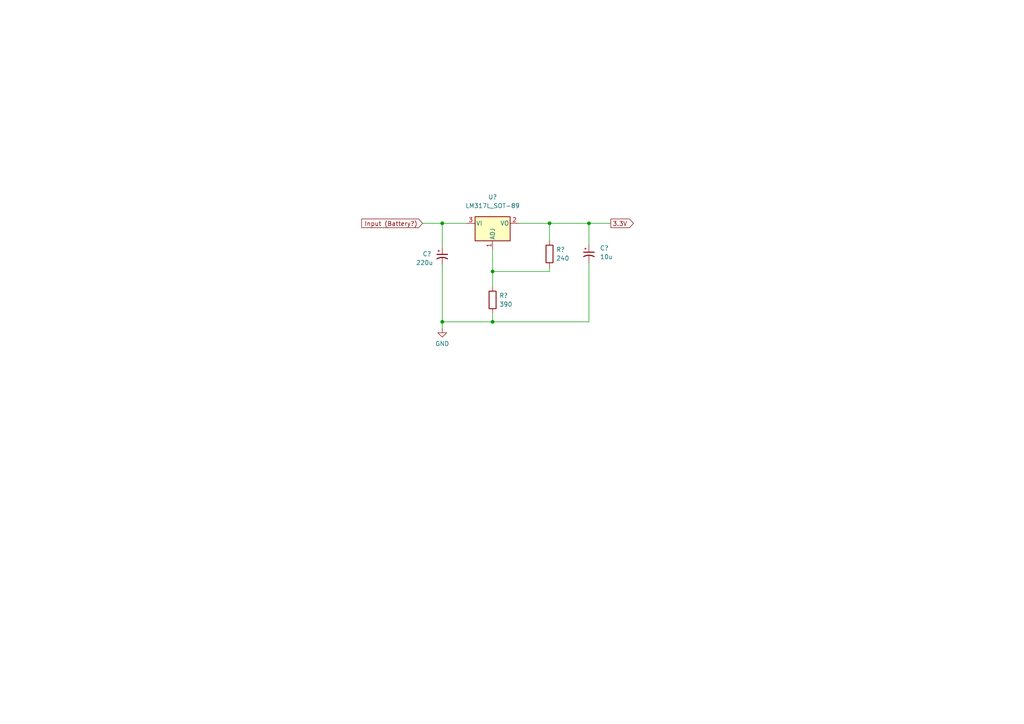
<source format=kicad_sch>
(kicad_sch (version 20211123) (generator eeschema)
  (paper "A4")
  (lib_symbols
    (symbol "Device:C_Polarized_Small_US" (pin_numbers hide) (pin_names (offset 0.254) hide)
      (property "Reference" "C" (at 0.254 1.778 0))
      (property "Value" "C_Polarized_Small_US" (at 0.254 -2.032 0))
      (symbol "C_Polarized_Small_US_0_1"
        (polyline (pts (xy -1.524 0.508) (xy 1.524 0.508)) (stroke (width 0.3048)))
        (polyline (pts (xy -1.27 1.524) (xy -0.762 1.524)))
        (polyline (pts (xy -1.016 1.27) (xy -1.016 1.778)))
        (arc (start 1.524 -0.762) (mid 0 -0.3734) (end -1.524 -0.762) (stroke (width 0.3048)))
      )
      (symbol "C_Polarized_Small_US_1_1"
        (pin passive line (at 0 2.54 270) (length 2.032) (name "~") (number "1"))
        (pin passive line (at 0 -2.54 90) (length 2.032) (name "~") (number "2"))
      )
    )
    (symbol "Device:R" (pin_numbers hide) (pin_names (offset 0))
      (property "Reference" "R" (at 2.032 0 90))
      (property "Value" "R" (at 0 0 90))
      (symbol "R_0_1"
        (rectangle (start -1.016 -2.54) (end 1.016 2.54) (stroke (width 0.254)))
      )
      (symbol "R_1_1"
        (pin passive line (at 0 3.81 270) (length 1.27) (name "~") (number "1"))
        (pin passive line (at 0 -3.81 90) (length 1.27) (name "~") (number "2"))
      )
    )
    (symbol "Regulator_Linear:LM317L_SOT-89" (pin_names (offset 0.254))
      (property "Reference" "U" (at -3.81 3.175 0))
      (property "Value" "LM317L_SOT-89" (at 0 3.175 0))
      (symbol "LM317L_SOT-89_0_1"
        (rectangle (start -5.08 1.905) (end 5.08 -5.08) (stroke (width 0.254)) (fill (type background)))
      )
      (symbol "LM317L_SOT-89_1_1"
        (pin input line (at 0 -7.62 90) (length 2.54) (name "ADJ") (number "1"))
        (pin power_out line (at 7.62 0 180) (length 2.54) (name "VO") (number "2"))
        (pin power_in line (at -7.62 0 0) (length 2.54) (name "VI") (number "3"))
      )
    )
    (symbol "power:GND" (power) (pin_names (offset 0))
      (property "Value" "GND" (at 0 -3.81 0))
      (symbol "GND_0_1"
        (polyline (pts (xy 0 0) (xy 0 -1.27) (xy 1.27 -1.27) (xy 0 -2.54) (xy -1.27 -1.27) (xy 0 -1.27)))
      )
      (symbol "GND_1_1"
        (pin power_in line (at 0 0 270) (length 0) hide (name "GND") (number "1"))
      )
    )
  )
  (junction (at 142.875 78.74))
  (junction (at 170.815 64.77))
  (junction (at 142.875 93.345))
  (junction (at 159.385 64.77))
  (junction (at 128.27 64.77))
  (junction (at 128.27 93.345))
  (wire (pts (xy 122.555 64.77) (xy 128.27 64.77)))
  (wire (pts (xy 159.385 77.47) (xy 159.385 78.74)))
  (wire (pts (xy 142.875 78.74) (xy 159.385 78.74)))
  (wire (pts (xy 159.385 64.77) (xy 159.385 69.85)))
  (wire (pts (xy 170.815 64.77) (xy 170.815 71.12)))
  (wire (pts (xy 128.27 93.345) (xy 128.27 95.25)))
  (wire (pts (xy 128.27 64.77) (xy 128.27 71.755)))
  (wire (pts (xy 128.27 76.835) (xy 128.27 93.345)))
  (wire (pts (xy 159.385 64.77) (xy 170.815 64.77)))
  (wire (pts (xy 170.815 93.345) (xy 170.815 76.2)))
  (wire (pts (xy 142.875 93.345) (xy 170.815 93.345)))
  (wire (pts (xy 170.815 64.77) (xy 177.165 64.77)))
  (wire (pts (xy 128.27 93.345) (xy 142.875 93.345)))
  (wire (pts (xy 128.27 64.77) (xy 135.255 64.77)))
  (wire (pts (xy 142.875 90.805) (xy 142.875 93.345)))
  (wire (pts (xy 142.875 78.74) (xy 142.875 83.185)))
  (wire (pts (xy 142.875 72.39) (xy 142.875 78.74)))
  (wire (pts (xy 150.495 64.77) (xy 159.385 64.77)))
  (global_label "3.3V" (shape output) (at 177.165 64.77 0) (property "Intersheet References" "${INTERSHEET_REFS}" (effects hide)))
  (global_label "Input (Battery?)" (shape input) (at 122.555 64.77 180) (property "Intersheet References" "${INTERSHEET_REFS}" (effects hide)))
  (symbol (lib_id "Device:C_Polarized_Small_US") (at 128.27 74.295 0) (unit 1)
    (property "Reference" "C?" (at 122.555 73.66 0) (effects (justify left)))
    (property "Value" "220u" (at 120.65 76.2 0) (effects (justify left)))
  )
  (symbol (lib_id "Regulator_Linear:LM317L_SOT-89") (at 142.875 64.77 0) (unit 1)
    (property "Reference" "U?" (at 142.875 57.15 0))
    (property "Value" "LM317L_SOT-89" (at 142.875 59.69 0))
    (property "Footprint" "Package_TO_SOT_SMD:SOT-89-3" (effects hide))
    (property "Datasheet" "http://www.ti.com/lit/ds/symlink/lm317l.pdf" (effects hide))
  )
  (symbol (lib_id "Device:C_Polarized_Small_US") (at 170.815 73.66 0) (unit 1)
    (property "Reference" "C?" (at 173.99 71.9581 0) (effects (justify left)))
    (property "Value" "10u" (at 173.99 74.4981 0) (effects (justify left)))
  )
  (symbol (lib_id "Device:R") (at 159.385 73.66 0) (unit 1)
    (property "Reference" "R?" (at 161.29 72.3899 0) (effects (justify left)))
    (property "Value" "240" (at 161.29 74.9299 0) (effects (justify left)))
  )
  (symbol (lib_id "power:GND") (at 128.27 95.25 0) (unit 1)
    (property "Reference" "#PWR?" (effects hide))
    (property "Value" "GND" (at 128.27 99.695 0))
  )
  (symbol (lib_id "Device:R") (at 142.875 86.995 0) (unit 1)
    (property "Reference" "R?" (at 144.78 85.7249 0) (effects (justify left)))
    (property "Value" "390" (at 144.78 88.2649 0) (effects (justify left)))
  )
)
</source>
